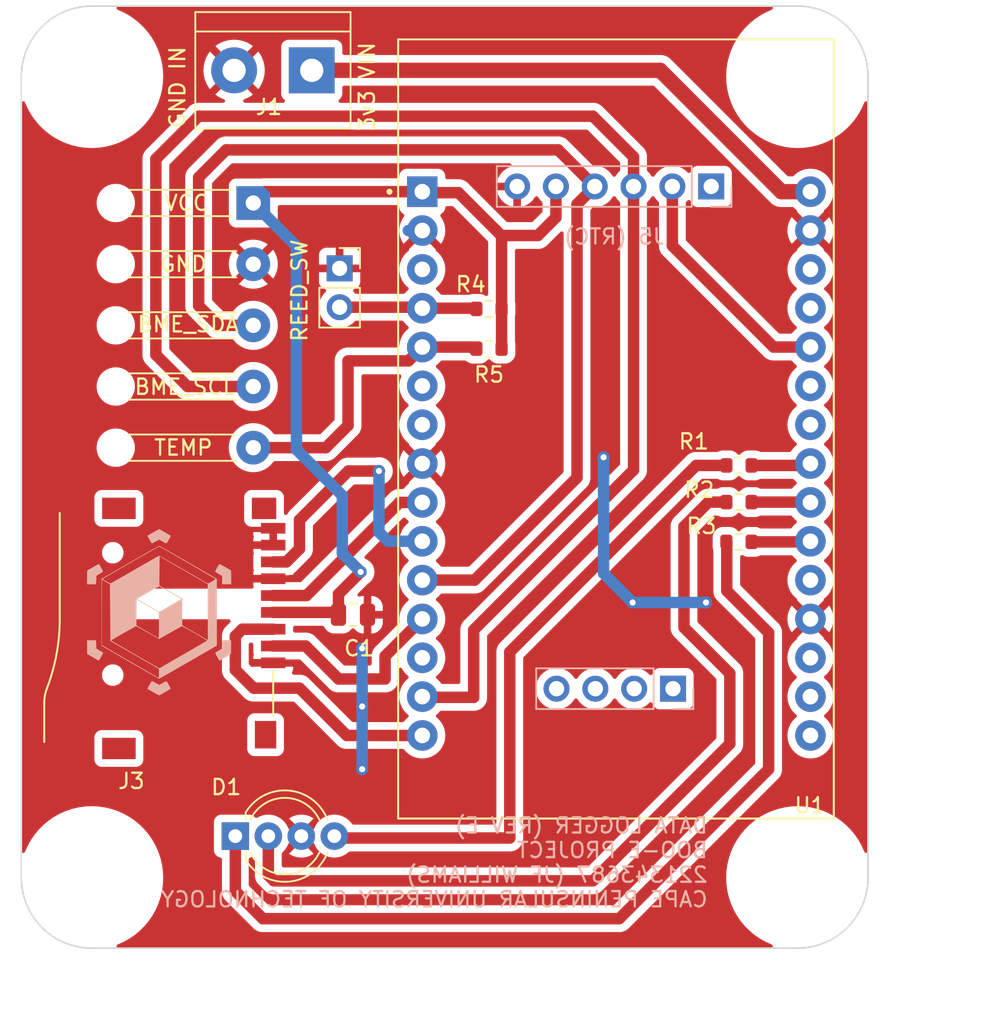
<source format=kicad_pcb>
(kicad_pcb (version 20221018) (generator pcbnew)
  (layers (0 "F.Cu" signal) (31 "B.Cu" signal) (34 "B.Paste" user) (35 "F.Paste" user) (36 "B.SilkS" user "B.Silkscreen") (37 "F.SilkS" user "F.Silkscreen") (38 "B.Mask" user) (39 "F.Mask" user) (44 "Edge.Cuts" user))
  (net 0 "")
  (net 1 "VCC")
  (net 2 "GND")
  (net 3 "SQW*")
  (net 4 "SCL")
  (net 5 "SDA")
  (net 6 "3v3 VIN")
  (net 7 "CS")
  (net 8 "MOSI")
  (net 9 "CLK")
  (net 10 "MISO")
  (net 11 "Idle_status")
  (net 12 "Log_status")
  (net 13 "Web_status")
  (net 14 "REED_SW")
  (net 25 "Net-(D1-RK)")
  (net 26 "Net-(D1-GK)")
  (net 27 "Net-(D1-BK)")
  (net 28 "TEMP")
  (footprint "MountingHole:MountingHole_3.2mm_M3" (layer "F.Cu") (at 119.6 111.075)
    (fp_text reference "REF**" hide)
    (fp_text value "MountingHole_3.2mm_M3" hide)
    (pad "" np_thru_hole circle (at 0 0) (size 3.2 3.2) (drill 3.2) (layers "F&B.Cu" "*.Mask"))
  )
  (footprint "Resistor_SMD:R_0603_1608Metric" (layer "F.Cu") (at 161.96 89.035 180)
    (fp_text reference "R3" (at 2.46 1.035 180) (layer "F.SilkS"))
    (fp_text value "220")
    (pad "1" smd roundrect (at -0.825 0 180) (size 0.8 0.95) (layers "F.Cu" "F.Paste" "F.Mask") (net 13 "Web_status"))
    (pad "2" smd roundrect (at 0.825 0 180) (size 0.8 0.95) (layers "F.Cu" "F.Paste" "F.Mask") (net 25 "Net-(D1-RK)"))
  )
  (footprint "Resistor_SMD:R_0603_1608Metric" (layer "F.Cu") (at 161.96 84.035 180)
    (fp_text reference "R1" (at 2.96 1.56) (layer "F.SilkS"))
    (fp_text value "220")
    (pad "1" smd roundrect (at -0.825 0 180) (size 0.8 0.95) (layers "F.Cu" "F.Paste" "F.Mask") (net 11 "Idle_status"))
    (pad "2" smd roundrect (at 0.825 0 180) (size 0.8 0.95) (layers "F.Cu" "F.Paste" "F.Mask") (net 27 "Net-(D1-BK)"))
  )
  (footprint "ESP32-DEVKIT-V1:MODULE_ESP32_DEVKIT_V1" (layer "F.Cu") (at 153.935 81.65)
    (fp_text reference "U1" (at 12.665 24.625) (layer "F.SilkS"))
    (fp_text value "ESP32-DEVKIT-V1")
    (pad "1" thru_hole rect (at -12.7 -15.515) (size 2 2) (drill 1.02) (layers "*.Cu" "*.Mask") (net 1 "VCC"))
    (pad "2" thru_hole circle (at -12.7 -12.975) (size 2 2) (drill 1.02) (layers "*.Cu" "*.Mask") (net 2 "GND"))
    (pad "3" thru_hole circle (at -12.7 -10.435) (size 2 2) (drill 1.02) (layers "*.Cu" "*.Mask"))
    (pad "4" thru_hole circle (at -12.7 -7.895) (size 2 2) (drill 1.02) (layers "*.Cu" "*.Mask") (net 14 "REED_SW"))
    (pad "5" thru_hole circle (at -12.7 -5.355) (size 2 2) (drill 1.02) (layers "*.Cu" "*.Mask") (net 28 "TEMP"))
    (pad "6" thru_hole circle (at -12.7 -2.815) (size 2 2) (drill 1.02) (layers "*.Cu" "*.Mask"))
    (pad "7" thru_hole circle (at -12.7 -0.275) (size 2 2) (drill 1.02) (layers "*.Cu" "*.Mask"))
    (pad "8" thru_hole circle (at -12.7 2.265) (size 2 2) (drill 1.02) (layers "*.Cu" "*.Mask") (net 2 "GND"))
    (pad "9" thru_hole circle (at -12.7 4.805) (size 2 2) (drill 1.02) (layers "*.Cu" "*.Mask") (net 9 "CLK"))
    (pad "10" thru_hole circle (at -12.7 7.345) (size 2 2) (drill 1.02) (layers "*.Cu" "*.Mask") (net 10 "MISO"))
    (pad "11" thru_hole circle (at -12.7 9.885) (size 2 2) (drill 1.02) (layers "*.Cu" "*.Mask") (net 5 "SDA"))
    (pad "12" thru_hole circle (at -12.7 12.425) (size 2 2) (drill 1.02) (layers "*.Cu" "*.Mask") (net 7 "CS"))
    (pad "13" thru_hole circle (at -12.7 14.965) (size 2 2) (drill 1.02) (layers "*.Cu" "*.Mask"))
    (pad "14" thru_hole circle (at -12.7 17.505) (size 2 2) (drill 1.02) (layers "*.Cu" "*.Mask") (net 4 "SCL"))
    (pad "15" thru_hole circle (at -12.7 20.045) (size 2 2) (drill 1.02) (layers "*.Cu" "*.Mask") (net 8 "MOSI"))
    (pad "16" thru_hole circle (at 12.7 20.045) (size 2 2) (drill 1.02) (layers "*.Cu" "*.Mask"))
    (pad "17" thru_hole circle (at 12.7 17.505) (size 2 2) (drill 1.02) (layers "*.Cu" "*.Mask"))
    (pad "18" thru_hole circle (at 12.7 14.965) (size 2 2) (drill 1.02) (layers "*.Cu" "*.Mask"))
    (pad "19" thru_hole circle (at 12.7 12.425) (size 2 2) (drill 1.02) (layers "*.Cu" "*.Mask") (net 2 "GND"))
    (pad "20" thru_hole circle (at 12.7 9.885) (size 2 2) (drill 1.02) (layers "*.Cu" "*.Mask"))
    (pad "21" thru_hole circle (at 12.7 7.345) (size 2 2) (drill 1.02) (layers "*.Cu" "*.Mask") (net 13 "Web_status"))
    (pad "22" thru_hole circle (at 12.7 4.805) (size 2 2) (drill 1.02) (layers "*.Cu" "*.Mask") (net 12 "Log_status"))
    (pad "23" thru_hole circle (at 12.7 2.265) (size 2 2) (drill 1.02) (layers "*.Cu" "*.Mask") (net 11 "Idle_status"))
    (pad "24" thru_hole circle (at 12.7 -0.275) (size 2 2) (drill 1.02) (layers "*.Cu" "*.Mask"))
    (pad "25" thru_hole circle (at 12.7 -2.815) (size 2 2) (drill 1.02) (layers "*.Cu" "*.Mask"))
    (pad "26" thru_hole circle (at 12.7 -5.355) (size 2 2) (drill 1.02) (layers "*.Cu" "*.Mask") (net 3 "SQW*"))
    (pad "27" thru_hole circle (at 12.7 -7.895) (size 2 2) (drill 1.02) (layers "*.Cu" "*.Mask"))
    (pad "28" thru_hole circle (at 12.7 -10.435) (size 2 2) (drill 1.02) (layers "*.Cu" "*.Mask"))
    (pad "29" thru_hole circle (at 12.7 -12.975) (size 2 2) (drill 1.02) (layers "*.Cu" "*.Mask") (net 2 "GND"))
    (pad "30" thru_hole circle (at 12.7 -15.515) (size 2 2) (drill 1.02) (layers "*.Cu" "*.Mask") (net 6 "3v3 VIN"))
  )
  (footprint "TerminalBlock:TerminalBlock_bornier-2_P5.08mm" (layer "F.Cu") (at 134 58.2 180)
    (fp_text reference "J1" (at 2.8 -2.4) (layer "F.SilkS"))
    (fp_text value "Conn_01x02" hide)
    (pad "1" thru_hole rect (at 0 0 180) (size 3 3) (drill 1.52) (layers "*.Cu" "*.Mask") (net 6 "3v3 VIN"))
    (pad "2" thru_hole circle (at 5.08 0 180) (size 3 3) (drill 1.52) (layers "*.Cu" "*.Mask") (net 2 "GND"))
  )
  (footprint "Connector_Wire:SolderWire-0.15sqmm_1x05_P4mm_D0.5mm_OD1.5mm_Relief" (layer "F.Cu") (at 130.175 66.875 -90)
    (fp_text reference "J2" hide)
    (fp_text value "Conn_2Rows-05Pins" hide)
    (pad "" np_thru_hole circle (at 0 9 270) (size 2 2) (drill 2) (layers "*.Cu" "*.Mask"))
    (pad "" np_thru_hole circle (at 4 9 270) (size 2 2) (drill 2) (layers "*.Cu" "*.Mask"))
    (pad "" np_thru_hole circle (at 8 9 270) (size 2 2) (drill 2) (layers "*.Cu" "*.Mask"))
    (pad "" np_thru_hole circle (at 12 9 270) (size 2 2) (drill 2) (layers "*.Cu" "*.Mask"))
    (pad "" np_thru_hole circle (at 16 9 270) (size 2 2) (drill 2) (layers "*.Cu" "*.Mask"))
    (pad "1" thru_hole roundrect (at 0 0 270) (size 2.2 2.2) (drill 1) (layers "*.Cu" "*.Mask") (roundrect_rratio 0) (chamfer_ratio 0.2) (chamfer top_left) (net 1 "VCC"))
    (pad "2" thru_hole circle (at 4 0 270) (size 2.2 2.2) (drill 1) (layers "*.Cu" "*.Mask") (net 2 "GND"))
    (pad "3" thru_hole circle (at 8 0 270) (size 2.2 2.2) (drill 1) (layers "*.Cu" "*.Mask") (net 5 "SDA"))
    (pad "4" thru_hole circle (at 12 0 270) (size 2.2 2.2) (drill 1) (layers "*.Cu" "*.Mask") (net 4 "SCL"))
    (pad "5" thru_hole circle (at 16 0 270) (size 2.2 2.2) (drill 1) (layers "*.Cu" "*.Mask") (net 28 "TEMP"))
  )
  (footprint "Resistor_SMD:R_0603_1608Metric" (layer "F.Cu") (at 145.6 76.4)
    (fp_text reference "R5" (at 0 1.7) (layer "F.SilkS"))
    (fp_text value "4k7")
    (pad "1" smd roundrect (at -0.825 0) (size 0.8 0.95) (layers "F.Cu" "F.Paste" "F.Mask") (net 28 "TEMP"))
    (pad "2" smd roundrect (at 0.825 0) (size 0.8 0.95) (layers "F.Cu" "F.Paste" "F.Mask") (net 1 "VCC"))
  )
  (footprint "MountingHole:MountingHole_3.2mm_M3" (layer "F.Cu") (at 119.6 58.675)
    (fp_text reference "REF**" hide)
    (fp_text value "MountingHole_3.2mm_M3" hide)
    (pad "" np_thru_hole circle (at 0 0) (size 3.2 3.2) (drill 3.2) (layers "F&B.Cu" "*.Mask"))
  )
  (footprint "MountingHole:MountingHole_3.2mm_M3" (layer "F.Cu") (at 165.8 111.075)
    (fp_text reference "REF**" hide)
    (fp_text value "MountingHole_3.2mm_M3" hide)
    (pad "" np_thru_hole circle (at 0 0) (size 3.2 3.2) (drill 3.2) (layers "F&B.Cu" "*.Mask"))
  )
  (footprint "Capacitor_SMD:C_0805_2012Metric" (layer "F.Cu") (at 136.7 93.8)
    (fp_text reference "C1" (at 0.4 2.2) (layer "F.SilkS"))
    (fp_text value "100nF")
    (pad "1" smd roundrect (at -0.95 0) (size 1 1.45) (layers "F.Cu" "F.Paste" "F.Mask") (net 1 "VCC"))
    (pad "2" smd roundrect (at 0.95 0) (size 1 1.45) (layers "F.Cu" "F.Paste" "F.Mask") (net 2 "GND"))
  )
  (footprint "ST-TF-003A:SUNTECH_ST-TF-003A" (layer "F.Cu") (at 126.15 93.425 -90)
    (fp_text reference "J3" (at 11.25 3.95) (layer "F.SilkS") (effects (font (size 1.000504 1.000504))))
    (fp_text value "Micro_SD_Card")
    (pad "" np_thru_hole circle (at -3.68 5.17 270) (size 0.9 0.9) (drill 0.9) (layers "*.Cu" "*.Mask"))
    (pad "" np_thru_hole circle (at 4.32 5.17 270) (size 0.9 0.9) (drill 0.9) (layers "*.Cu" "*.Mask"))
    (pad "1" smd rect (at 3.52 -5.33 270) (size 0.7 1.6) (layers "F.Cu" "F.Paste" "F.Mask") (net 2 "GND"))
    (pad "2" smd rect (at 2.42 -5.33 270) (size 0.7 1.6) (layers "F.Cu" "F.Paste" "F.Mask") (net 7 "CS"))
    (pad "3" smd rect (at 1.32 -5.33 270) (size 0.7 1.6) (layers "F.Cu" "F.Paste" "F.Mask") (net 8 "MOSI"))
    (pad "4" smd rect (at 0.22 -5.33 270) (size 0.7 1.6) (layers "F.Cu" "F.Paste" "F.Mask") (net 1 "VCC"))
    (pad "5" smd rect (at -0.88 -5.33 270) (size 0.7 1.6) (layers "F.Cu" "F.Paste" "F.Mask") (net 9 "CLK"))
    (pad "6" smd rect (at -1.98 -5.33 270) (size 0.7 1.6) (layers "F.Cu" "F.Paste" "F.Mask") (net 2 "GND"))
    (pad "7" smd rect (at -3.08 -5.33 270) (size 0.7 1.6) (layers "F.Cu" "F.Paste" "F.Mask") (net 10 "MISO"))
    (pad "8" smd rect (at -4.18 -5.33 270) (size 0.7 1.6) (layers "F.Cu" "F.Paste" "F.Mask") (net 2 "GND"))
    (pad "9" smd rect (at -5.28 -5.33 270) (size 0.7 1.6) (layers "F.Cu" "F.Paste" "F.Mask") (net 2 "GND"))
    (pad "G1" smd rect (at -6.58 -4.73 270) (size 1.4 1.6) (layers "F.Cu" "F.Paste" "F.Mask"))
    (pad "G2" smd rect (at -6.58 4.77 270) (size 1.4 2.2) (layers "F.Cu" "F.Paste" "F.Mask"))
    (pad "G3" smd rect (at 9.12 4.77 270) (size 1.4 2.2) (layers "F.Cu" "F.Paste" "F.Mask"))
    (pad "G4" smd rect (at 8.22 -4.83 270) (size 1.8 1.4) (layers "F.Cu" "F.Paste" "F.Mask"))
    (zone (net 0) (net_name "") (layer "F.Cu") (connect_pads (clearance 0)) (min_thickness 0.01)
      (keepout (tracks not_allowed) (vias not_allowed) (pads not_allowed) (copperpour not_allowed) (footprints allowed))
      (fill (thermal_gap 0.508) (thermal_bridge_width 0.508))
      (polygon (pts (xy 130.58 92.09363) (xy 130.58 94.095) (xy 121.57529 94.095) (xy 121.57529 92.09363)))
    )
  )
  (footprint "Resistor_SMD:R_0603_1608Metric" (layer "F.Cu") (at 161.96 86.435 180)
    (fp_text reference "R2" (at 2.6 0.8) (layer "F.SilkS"))
    (fp_text value "220")
    (pad "1" smd roundrect (at -0.825 0 180) (size 0.8 0.95) (layers "F.Cu" "F.Paste" "F.Mask") (net 12 "Log_status"))
    (pad "2" smd roundrect (at 0.825 0 180) (size 0.8 0.95) (layers "F.Cu" "F.Paste" "F.Mask") (net 26 "Net-(D1-GK)"))
  )
  (footprint "Connector_PinSocket_2.54mm:PinSocket_1x02_P2.54mm_Vertical" (layer "F.Cu") (at 135.825 71.15)
    (fp_text reference "REED_SW" (at -2.625 1.45 90) (layer "F.SilkS"))
    (fp_text value "SW_Reed" hide)
    (pad "1" thru_hole rect (at 0 0) (size 1.7 1.7) (drill 1) (layers "*.Cu" "*.Mask") (net 2 "GND"))
    (pad "2" thru_hole oval (at 0 2.54) (size 1.7 1.7) (drill 1) (layers "*.Cu" "*.Mask") (net 14 "REED_SW"))
  )
  (footprint "MountingHole:MountingHole_3.2mm_M3" (layer "F.Cu") (at 165.8 58.4)
    (fp_text reference "REF**" hide)
    (fp_text value "MountingHole_3.2mm_M3" hide)
    (pad "" np_thru_hole circle (at 0 0) (size 3.2 3.2) (drill 3.2) (layers "F&B.Cu" "*.Mask"))
  )
  (footprint "LED_THT:LED_D5.0mm-4_RGB_Wide_Pins" (layer "F.Cu") (at 129 108.275)
    (fp_text reference "D1" (at -0.6 -3.2) (layer "F.SilkS"))
    (fp_text value "LED_RGAB")
    (pad "1" thru_hole rect (at 0 0) (size 1.8 1.8) (drill 0.9) (layers "*.Cu" "*.Mask") (net 25 "Net-(D1-RK)"))
    (pad "2" thru_hole circle (at 2.159 0) (size 1.8 1.8) (drill 0.9) (layers "*.Cu" "*.Mask") (net 26 "Net-(D1-GK)"))
    (pad "3" thru_hole circle (at 4.318 0) (size 1.8 1.8) (drill 0.9) (layers "*.Cu" "*.Mask") (net 2 "GND"))
    (pad "4" thru_hole circle (at 6.477 0) (size 1.8 1.8) (drill 0.9) (layers "*.Cu" "*.Mask") (net 27 "Net-(D1-BK)"))
  )
  (footprint "Resistor_SMD:R_0603_1608Metric" (layer "F.Cu") (at 145.6 73.8)
    (fp_text reference "R4" (at -1.2 -1.6) (layer "F.SilkS"))
    (fp_text value "10k")
    (pad "1" smd roundrect (at -0.825 0) (size 0.8 0.95) (layers "F.Cu" "F.Paste" "F.Mask") (net 14 "REED_SW"))
    (pad "2" smd roundrect (at 0.825 0) (size 0.8 0.95) (layers "F.Cu" "F.Paste" "F.Mask") (net 1 "VCC"))
  )
  (footprint "LOGO" (layer "B.Cu") (at 124 93.675 180)
    (fp_text reference "G***" hide)
    (fp_text value "LOGO" hide)
  )
  (footprint "Connector_PinHeader_2.54mm:PinHeader_1x04_P2.54mm_Vertical" (layer "B.Cu") (at 157.64 98.635 90)
    (fp_text reference "REF**" hide)
    (fp_text value "PinHeader_1x04_P2.54mm_Vertical" hide)
    (pad "1" thru_hole rect (at 0 0 90) (size 1.7 1.7) (drill 1) (layers "*.Cu" "*.Mask"))
    (pad "2" thru_hole oval (at 0 -2.54 90) (size 1.7 1.7) (drill 1) (layers "*.Cu" "*.Mask"))
    (pad "3" thru_hole oval (at 0 -5.08 90) (size 1.7 1.7) (drill 1) (layers "*.Cu" "*.Mask"))
    (pad "4" thru_hole oval (at 0 -7.62 90) (size 1.7 1.7) (drill 1) (layers "*.Cu" "*.Mask"))
  )
  (footprint "Connector_PinHeader_2.54mm:PinHeader_1x06_P2.54mm_Vertical" (layer "B.Cu") (at 160.14 65.795 90)
    (fp_text reference "J5 (RTC)" (at -3.28 -6.34) (layer "B.SilkS") (effects (justify mirror)))
    (fp_text value "Conn_01x06_Socket" hide)
    (pad "1" thru_hole rect (at 0 0 90) (size 1.7 1.7) (drill 1) (layers "*.Cu" "*.Mask"))
    (pad "2" thru_hole oval (at 0 -2.54 90) (size 1.7 1.7) (drill 1) (layers "*.Cu" "*.Mask") (net 3 "SQW*"))
    (pad "3" thru_hole oval (at 0 -5.08 90) (size 1.7 1.7) (drill 1) (layers "*.Cu" "*.Mask") (net 4 "SCL"))
    (pad "4" thru_hole oval (at 0 -7.62 90) (size 1.7 1.7) (drill 1) (layers "*.Cu" "*.Mask") (net 5 "SDA"))
    (pad "5" thru_hole oval (at 0 -10.16 90) (size 1.7 1.7) (drill 1) (layers "*.Cu" "*.Mask") (net 1 "VCC"))
    (pad "6" thru_hole oval (at 0 -12.7 90) (size 1.7 1.7) (drill 1) (layers "*.Cu" "*.Mask") (net 2 "GND"))
  )
  (gr_line (start 165.8 54) (end 119.6 54) (stroke (width 0.1)) (layer "Edge.Cuts"))
  (gr_line (start 115 58.6) (end 115 111) (stroke (width 0.1)) (layer "Edge.Cuts"))
  (gr_arc (start 119.6 115.6) (mid 116.347309 114.252691) (end 115 111) (stroke (width 0.1)) (layer "Edge.Cuts"))
  (gr_arc (start 170.4 111) (mid 169.052691 114.252691) (end 165.8 115.6) (stroke (width 0.1)) (layer "Edge.Cuts"))
  (gr_arc (start 165.8 54) (mid 169.052691 55.347309) (end 170.4 58.6) (stroke (width 0.1)) (layer "Edge.Cuts"))
  (gr_line (start 119.6 115.6) (end 165.8 115.6) (stroke (width 0.1)) (layer "Edge.Cuts"))
  (gr_line (start 170.4 58.6) (end 170.4 111) (stroke (width 0.1)) (layer "Edge.Cuts"))
  (gr_arc (start 115 58.6) (mid 116.347309 55.347309) (end 119.6 54) (stroke (width 0.1)) (layer "Edge.Cuts"))
  (gr_text "DATA LOGGER (REV E)\nBOO-E PROJECT\n221343687 (JF WILLIAMS)\nCAPE PENINSULAR UNIVERSITY OF TECHNOLOGY" (at 160 113) (layer "B.SilkS") (effects (font (size 1 1)) (justify left bottom mirror)))
  (gr_text "GND IN" (at 125.8 62.075 90) (layer "F.SilkS") (effects (font (size 1 1)) (justify left bottom)))
  (gr_text "BME_SCL\n" (at 125.7 78.9) (layer "F.SilkS") (effects (font (size 1 1))))
  (gr_text "3v3 VIN" (at 138.2 62.275 90) (layer "F.SilkS") (effects (font (size 1 1)) (justify left bottom)))
  (gr_text "VCC" (at 125.8 66.875) (layer "F.SilkS") (effects (font (size 1 1))))
  (gr_text "GND" (at 125.6 70.875) (layer "F.SilkS") (effects (font (size 1 1))))
  (gr_text "BME_SDA" (at 122.5 75.4) (layer "F.SilkS") (effects (font (size 1 1)) (justify left bottom)))
  (gr_text "TEMP\n" (at 125.6 82.875) (layer "F.SilkS") (effects (font (size 1 1))))
  (segment (start 137.2 91) (end 135.75 92.45) (width 0.75) (layer "F.Cu") (net 1))
  (segment (start 146.425 69.025) (end 143.6 66.2) (width 0.75) (layer "F.Cu") (net 1))
  (segment (start 146.425 73.8) (end 146.425 69.025) (width 0.75) (layer "F.Cu") (net 1))
  (segment (start 148.8 69) (end 149.98 67.82) (width 0.75) (layer "F.Cu") (net 1))
  (segment (start 149.98 67.82) (end 149.98 65.795) (width 0.75) (layer "F.Cu") (net 1))
  (segment (start 146.425 73.8) (end 146.425 76.4) (width 0.75) (layer "F.Cu") (net 1))
  (segment (start 146.425 69) (end 148.8 69) (width 0.75) (layer "F.Cu") (net 1))
  (segment (start 141.3 66.2) (end 141.235 66.135) (width 0.75) (layer "F.Cu") (net 1))
  (segment (start 135.75 93.8) (end 135.595 93.645) (width 0.75) (layer "F.Cu") (net 1))
  (segment (start 141.235 66.135) (end 130.915 66.135) (width 0.75) (layer "F.Cu") (net 1))
  (segment (start 143.6 66.2) (end 141.3 66.2) (width 0.75) (layer "F.Cu") (net 1))
  (segment (start 135.75 92.45) (end 135.75 93.8) (width 0.75) (layer "F.Cu") (net 1))
  (segment (start 135.595 93.645) (end 131.48 93.645) (width 0.75) (layer "F.Cu") (net 1))
  (segment (start 130.915 66.135) (end 130.175 66.875) (width 0.75) (layer "F.Cu") (net 1))
  (via (at 137.2 91) (size 0.8) (drill 0.4) (layers "F.Cu" "B.Cu") (net 1))
  (segment (start 133 69.7) (end 130.175 66.875) (width 0.75) (layer "B.Cu") (net 1))
  (segment (start 136 89.8) (end 136 86) (width 0.75) (layer "B.Cu") (net 1))
  (segment (start 137.2 91) (end 136 89.8) (width 0.75) (layer "B.Cu") (net 1))
  (segment (start 133 83) (end 133 69.7) (width 0.75) (layer "B.Cu") (net 1))
  (segment (start 136 86) (end 133 83) (width 0.75) (layer "B.Cu") (net 1))
  (via (at 137.3 99.8) (size 0.8) (drill 0.4) (layers "F.Cu" "B.Cu") (net 2))
  (via (at 153.1 83.5) (size 0.8) (drill 0.4) (layers "F.Cu" "B.Cu") (net 2))
  (via (at 159.8 93) (size 0.8) (drill 0.4) (layers "F.Cu" "B.Cu") (net 2))
  (via (at 155 93) (size 0.8) (drill 0.4) (layers "F.Cu" "B.Cu") (net 2))
  (via (at 137.3 96) (size 0.8) (drill 0.4) (layers "F.Cu" "B.Cu") (net 2))
  (via (at 137.3 103.9) (size 0.8) (drill 0.4) (layers "F.Cu" "B.Cu") (net 2))
  (segment (start 155 93) (end 153.1 91.1) (width 0.75) (layer "B.Cu") (net 2))
  (segment (start 137.3 99.8) (end 137.3 103.9) (width 0.75) (layer "B.Cu") (net 2))
  (segment (start 140.32 68.675) (end 141.235 68.675) (width 0.75) (layer "B.Cu") (net 2))
  (segment (start 137.3 99.8) (end 137.3 96) (width 0.75) (layer "B.Cu") (net 2))
  (segment (start 153.1 91.1) (end 153.1 83.5) (width 0.75) (layer "B.Cu") (net 2))
  (segment (start 155 93) (end 159.8 93) (width 0.75) (layer "B.Cu") (net 2))
  (segment (start 164.22 76.295) (end 166.635 76.295) (width 0.75) (layer "F.Cu") (net 3))
  (segment (start 157.6 69.675) (end 164.22 76.295) (width 0.75) (layer "F.Cu") (net 3))
  (segment (start 157.6 65.795) (end 157.6 69.675) (width 0.75) (layer "F.Cu") (net 3))
  (segment (start 144.6 94.795) (end 144.6 99.2) (width 0.75) (layer "F.Cu") (net 4))
  (segment (start 130.175 78.875) (end 125.875 78.875) (width 0.75) (layer "F.Cu") (net 4))
  (segment (start 155.06 84.335) (end 144.6 94.795) (width 0.75) (layer "F.Cu") (net 4))
  (segment (start 152.4 61.2) (end 155.06 63.86) (width 0.75) (layer "F.Cu") (net 4))
  (segment (start 155.06 65.795) (end 155.06 84.335) (width 0.75) (layer "F.Cu") (net 4))
  (segment (start 123.8 64) (end 126.6 61.2) (width 0.75) (layer "F.Cu") (net 4))
  (segment (start 141.28 99.2) (end 141.235 99.155) (width 0.75) (layer "F.Cu") (net 4))
  (segment (start 123.8 76.8) (end 123.8 64) (width 0.75) (layer "F.Cu") (net 4))
  (segment (start 144.6 99.2) (end 141.28 99.2) (width 0.75) (layer "F.Cu") (net 4))
  (segment (start 155.06 63.86) (end 155.06 65.795) (width 0.75) (layer "F.Cu") (net 4))
  (segment (start 125.875 78.875) (end 123.8 76.8) (width 0.75) (layer "F.Cu") (net 4))
  (segment (start 126.6 61.2) (end 152.4 61.2) (width 0.75) (layer "F.Cu") (net 4))
  (segment (start 151.36 84.835) (end 144.66 91.535) (width 0.75) (layer "F.Cu") (net 5))
  (segment (start 128.4 63.4) (end 150.125 63.4) (width 0.75) (layer "F.Cu") (net 5))
  (segment (start 150.125 63.4) (end 152.52 65.795) (width 0.75) (layer "F.Cu") (net 5))
  (segment (start 126.6 65.2) (end 128.4 63.4) (width 0.75) (layer "F.Cu") (net 5))
  (segment (start 126.6 73.6) (end 126.6 65.2) (width 0.75) (layer "F.Cu") (net 5))
  (segment (start 151.36 66.955) (end 151.36 84.835) (width 0.75) (layer "F.Cu") (net 5))
  (segment (start 127.875 74.875) (end 126.6 73.6) (width 0.75) (layer "F.Cu") (net 5))
  (segment (start 144.66 91.535) (end 141.235 91.535) (width 0.75) (layer "F.Cu") (net 5))
  (segment (start 152.52 65.795) (end 151.36 66.955) (width 0.75) (layer "F.Cu") (net 5))
  (segment (start 130.175 74.875) (end 127.875 74.875) (width 0.75) (layer "F.Cu") (net 5))
  (segment (start 134 58.2) (end 156.8 58.2) (width 1) (layer "F.Cu") (net 6))
  (segment (start 156.8 58.2) (end 164.735 66.135) (width 1) (layer "F.Cu") (net 6))
  (segment (start 164.735 66.135) (end 166.635 66.135) (width 1) (layer "F.Cu") (net 6))
  (segment (start 138.8 96.51) (end 141.235 94.075) (width 0.75) (layer "F.Cu") (net 7))
  (segment (start 133.6 95.845) (end 135.755 98) (width 0.75) (layer "F.Cu") (net 7))
  (segment (start 135.755 98) (end 138.8 98) (width 0.75) (layer "F.Cu") (net 7))
  (segment (start 131.48 95.845) (end 133.6 95.845) (width 0.75) (layer "F.Cu") (net 7))
  (segment (start 138.8 98) (end 138.8 96.51) (width 0.75) (layer "F.Cu") (net 7))
  (segment (start 130.2 98.6) (end 133.2 98.6) (width 0.75) (layer "F.Cu") (net 8))
  (segment (start 131.48 94.745) (end 129.455 94.745) (width 0.75) (layer "F.Cu") (net 8))
  (segment (start 136.295 101.695) (end 141.235 101.695) (width 0.75) (layer "F.Cu") (net 8))
  (segment (start 129 95.2) (end 129 97.4) (width 0.75) (layer "F.Cu") (net 8))
  (segment (start 133.2 98.6) (end 136.295 101.695) (width 0.75) (layer "F.Cu") (net 8))
  (segment (start 129 97.4) (end 130.2 98.6) (width 0.75) (layer "F.Cu") (net 8))
  (segment (start 129.455 94.745) (end 129 95.2) (width 0.75) (layer "F.Cu") (net 8))
  (segment (start 133.655 92.545) (end 139.745 86.455) (width 0.75) (layer "F.Cu") (net 9))
  (segment (start 131.48 92.545) (end 133.655 92.545) (width 0.75) (layer "F.Cu") (net 9))
  (segment (start 139.745 86.455) (end 141.235 86.455) (width 0.75) (layer "F.Cu") (net 9))
  (segment (start 136.4 84.4) (end 133.2 87.6) (width 0.75) (layer "F.Cu") (net 10))
  (segment (start 138.4 84.4) (end 136.4 84.4) (width 0.75) (layer "F.Cu") (net 10))
  (segment (start 133.2 89.488174) (end 132.343174 90.345) (width 0.75) (layer "F.Cu") (net 10))
  (segment (start 132.343174 90.345) (end 131.48 90.345) (width 0.75) (layer "F.Cu") (net 10))
  (segment (start 133.2 87.6) (end 133.2 89.488174) (width 0.75) (layer "F.Cu") (net 10))
  (via (at 138.4 84.4) (size 0.8) (drill 0.4) (layers "F.Cu" "B.Cu") (net 10))
  (segment (start 138.4 84.4) (end 138.4 88.4) (width 0.75) (layer "B.Cu") (net 10))
  (segment (start 138.4 88.4) (end 138.995 88.995) (width 0.75) (layer "B.Cu") (net 10))
  (segment (start 138.995 88.995) (end 141.235 88.995) (width 0.75) (layer "B.Cu") (net 10))
  (segment (start 162.785 84.035) (end 166.515 84.035) (width 0.75) (layer "F.Cu") (net 11))
  (segment (start 166.515 84.035) (end 166.635 83.915) (width 0.75) (layer "F.Cu") (net 11))
  (segment (start 166.615 86.435) (end 166.635 86.455) (width 0.75) (layer "F.Cu") (net 12))
  (segment (start 162.785 86.435) (end 166.615 86.435) (width 0.75) (layer "F.Cu") (net 12))
  (segment (start 162.785 89.035) (end 166.595 89.035) (width 0.75) (layer "F.Cu") (net 13))
  (segment (start 166.595 89.035) (end 166.635 88.995) (width 0.75) (layer "F.Cu") (net 13))
  (segment (start 144.73 73.755) (end 144.775 73.8) (width 0.75) (layer "F.Cu") (net 14))
  (segment (start 135.825 73.69) (end 141.17 73.69) (width 0.75) (layer "F.Cu") (net 14))
  (segment (start 140.845 73.755) (end 141.235 73.755) (width 0.75) (layer "F.Cu") (net 14))
  (segment (start 141.17 73.69) (end 141.235 73.755) (width 0.75) (layer "F.Cu") (net 14))
  (segment (start 141.235 73.755) (end 144.73 73.755) (width 0.75) (layer "F.Cu") (net 14))
  (segment (start 161.16 89.06) (end 161.135 89.035) (width 0.75) (layer "F.Cu") (net 25))
  (segment (start 163.9 94.975) (end 161.16 92.235) (width 0.75) (layer "F.Cu") (net 25))
  (segment (start 154.125 113.675) (end 163.9 103.9) (width 0.75) (layer "F.Cu") (net 25))
  (segment (start 163.9 103.9) (end 163.9 94.975) (width 0.75) (layer "F.Cu") (net 25))
  (segment (start 129 108.275) (end 129 111.875) (width 0.75) (layer "F.Cu") (net 25))
  (segment (start 129 111.875) (end 130.8 113.675) (width 0.75) (layer "F.Cu") (net 25))
  (segment (start 161.16 92.235) (end 161.16 89.06) (width 0.75) (layer "F.Cu") (net 25))
  (segment (start 130.8 113.675) (end 154.125 113.675) (width 0.75) (layer "F.Cu") (net 25))
  (segment (start 131.159 110.834) (end 131.525 111.2) (width 0.75) (layer "F.Cu") (net 26))
  (segment (start 152.4 111.2) (end 161.36 102.24) (width 0.75) (layer "F.Cu") (net 26))
  (segment (start 159.96 86.435) (end 161.135 86.435) (width 0.75) (layer "F.Cu") (net 26))
  (segment (start 131.525 111.2) (end 152.4 111.2) (width 0.75) (layer "F.Cu") (net 26))
  (segment (start 158.36 88.035) (end 159.96 86.435) (width 0.75) (layer "F.Cu") (net 26))
  (segment (start 158.36 94.635) (end 158.36 88.035) (width 0.75) (layer "F.Cu") (net 26))
  (segment (start 131.159 108.275) (end 131.159 110.834) (width 0.75) (layer "F.Cu") (net 26))
  (segment (start 161.36 102.24) (end 161.36 97.635) (width 0.75) (layer "F.Cu") (net 26))
  (segment (start 161.36 97.635) (end 158.36 94.635) (width 0.75) (layer "F.Cu") (net 26))
  (segment (start 135.477 108.275) (end 135.602 108.4) (width 0.75) (layer "F.Cu") (net 27))
  (segment (start 146.96 96.235) (end 159.16 84.035) (width 0.75) (layer "F.Cu") (net 27))
  (segment (start 159.16 84.035) (end 161.135 84.035) (width 0.75) (layer "F.Cu") (net 27))
  (segment (start 135.602 108.4) (end 146.96 108.4) (width 0.75) (layer "F.Cu") (net 27))
  (segment (start 146.96 108.4) (end 146.96 96.235) (width 0.75) (layer "F.Cu") (net 27))
  (segment (start 144.47 76.295) (end 144.575 76.4) (width 0.75) (layer "F.Cu") (net 28))
  (segment (start 141.235 76.295) (end 144.47 76.295) (width 0.75) (layer "F.Cu") (net 28))
  (segment (start 136.375 77.2) (end 140.33 77.2) (width 0.75) (layer "F.Cu") (net 28))
  (segment (start 140.33 77.2) (end 141.235 76.295) (width 0.75) (layer "F.Cu") (net 28))
  (segment (start 141.175 76.235) (end 141.235 76.295) (width 0.75) (layer "F.Cu") (net 28))
  (segment (start 130.175 82.875) (end 134.925 82.875) (width 0.75) (layer "F.Cu") (net 28))
  (segment (start 134.925 82.875) (end 136.375 81.425) (width 0.75) (layer "F.Cu") (net 28))
  (segment (start 136.375 81.425) (end 136.375 77.2) (width 0.75) (layer "F.Cu") (net 28))
  (segment (start 141.295 76.235) (end 141.235 76.295) (width 0.75) (layer "F.Cu") (net 28))
  (zone (net 2) (net_name "GND") (layer "F.Cu") (connect_pads (clearance 0.5)) (min_thickness 0.25) (fill yes (thermal_gap 0.5) (thermal_bridge_width 0.5))
    (polygon (pts (xy 114 53.6) (xy 171.6 53.8) (xy 171.2 116) (xy 113.6 116)))
  )
)
</source>
